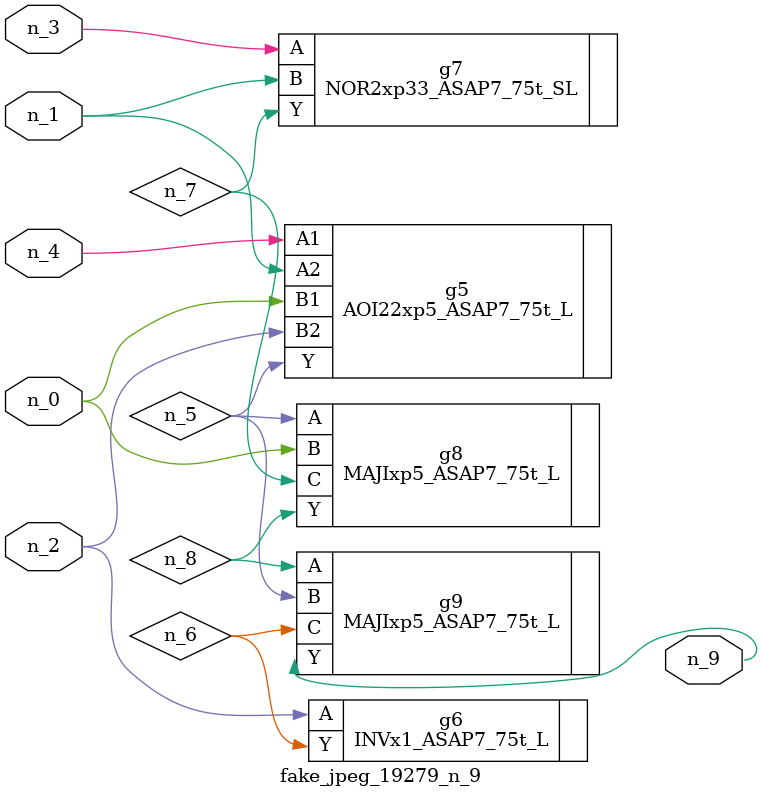
<source format=v>
module fake_jpeg_19279_n_9 (n_3, n_2, n_1, n_0, n_4, n_9);

input n_3;
input n_2;
input n_1;
input n_0;
input n_4;

output n_9;

wire n_8;
wire n_6;
wire n_5;
wire n_7;

AOI22xp5_ASAP7_75t_L g5 ( 
.A1(n_4),
.A2(n_1),
.B1(n_0),
.B2(n_2),
.Y(n_5)
);

INVx1_ASAP7_75t_L g6 ( 
.A(n_2),
.Y(n_6)
);

NOR2xp33_ASAP7_75t_SL g7 ( 
.A(n_3),
.B(n_1),
.Y(n_7)
);

MAJIxp5_ASAP7_75t_L g8 ( 
.A(n_5),
.B(n_0),
.C(n_7),
.Y(n_8)
);

MAJIxp5_ASAP7_75t_L g9 ( 
.A(n_8),
.B(n_5),
.C(n_6),
.Y(n_9)
);


endmodule
</source>
